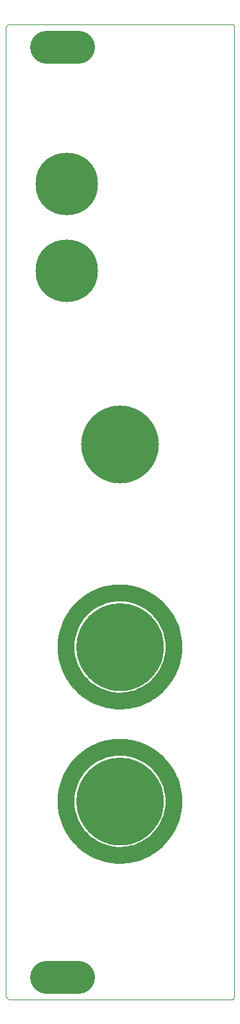
<source format=gbs>
G75*
%MOIN*%
%OFA0B0*%
%FSLAX24Y24*%
%IPPOS*%
%LPD*%
%AMOC8*
5,1,8,0,0,1.08239X$1,22.5*
%
%ADD10C,0.0000*%
%ADD11C,0.4540*%
%ADD12C,0.0850*%
%ADD13C,0.3240*%
%ADD14C,0.4040*%
%ADD15C,0.1700*%
D10*
X003260Y002648D02*
X003260Y052694D01*
X003262Y052724D01*
X003267Y052754D01*
X003276Y052783D01*
X003289Y052810D01*
X003304Y052836D01*
X003323Y052860D01*
X003344Y052881D01*
X003368Y052900D01*
X003394Y052915D01*
X003421Y052928D01*
X003450Y052937D01*
X003480Y052942D01*
X003510Y052944D01*
X015010Y052944D01*
X015030Y052942D01*
X015050Y052937D01*
X015068Y052928D01*
X015085Y052917D01*
X015099Y052903D01*
X015110Y052886D01*
X015119Y052868D01*
X015124Y052848D01*
X015126Y052828D01*
X015126Y002520D01*
X015124Y002500D01*
X015120Y002481D01*
X015112Y002462D01*
X015102Y002445D01*
X015089Y002430D01*
X015074Y002417D01*
X015057Y002407D01*
X015038Y002399D01*
X015019Y002395D01*
X014999Y002393D01*
X003515Y002393D01*
X003484Y002395D01*
X003454Y002400D01*
X003425Y002410D01*
X003396Y002422D01*
X003370Y002438D01*
X003346Y002457D01*
X003324Y002479D01*
X003305Y002503D01*
X003289Y002529D01*
X003277Y002558D01*
X003267Y002587D01*
X003262Y002617D01*
X003260Y002648D01*
X006943Y012669D02*
X006945Y012763D01*
X006951Y012857D01*
X006961Y012951D01*
X006975Y013044D01*
X006992Y013137D01*
X007014Y013229D01*
X007039Y013319D01*
X007068Y013409D01*
X007101Y013497D01*
X007138Y013584D01*
X007178Y013669D01*
X007221Y013753D01*
X007268Y013835D01*
X007319Y013914D01*
X007373Y013992D01*
X007430Y014067D01*
X007490Y014139D01*
X007553Y014209D01*
X007619Y014277D01*
X007687Y014341D01*
X007759Y014403D01*
X007833Y014461D01*
X007909Y014517D01*
X007987Y014569D01*
X008068Y014618D01*
X008151Y014663D01*
X008235Y014705D01*
X008321Y014743D01*
X008409Y014778D01*
X008498Y014809D01*
X008588Y014836D01*
X008679Y014860D01*
X008771Y014879D01*
X008864Y014895D01*
X008958Y014907D01*
X009052Y014915D01*
X009146Y014919D01*
X009240Y014919D01*
X009334Y014915D01*
X009428Y014907D01*
X009522Y014895D01*
X009615Y014879D01*
X009707Y014860D01*
X009798Y014836D01*
X009888Y014809D01*
X009977Y014778D01*
X010065Y014743D01*
X010151Y014705D01*
X010235Y014663D01*
X010318Y014618D01*
X010399Y014569D01*
X010477Y014517D01*
X010553Y014461D01*
X010627Y014403D01*
X010699Y014341D01*
X010767Y014277D01*
X010833Y014209D01*
X010896Y014139D01*
X010956Y014067D01*
X011013Y013992D01*
X011067Y013914D01*
X011118Y013835D01*
X011165Y013753D01*
X011208Y013669D01*
X011248Y013584D01*
X011285Y013497D01*
X011318Y013409D01*
X011347Y013319D01*
X011372Y013229D01*
X011394Y013137D01*
X011411Y013044D01*
X011425Y012951D01*
X011435Y012857D01*
X011441Y012763D01*
X011443Y012669D01*
X011441Y012575D01*
X011435Y012481D01*
X011425Y012387D01*
X011411Y012294D01*
X011394Y012201D01*
X011372Y012109D01*
X011347Y012019D01*
X011318Y011929D01*
X011285Y011841D01*
X011248Y011754D01*
X011208Y011669D01*
X011165Y011585D01*
X011118Y011503D01*
X011067Y011424D01*
X011013Y011346D01*
X010956Y011271D01*
X010896Y011199D01*
X010833Y011129D01*
X010767Y011061D01*
X010699Y010997D01*
X010627Y010935D01*
X010553Y010877D01*
X010477Y010821D01*
X010399Y010769D01*
X010318Y010720D01*
X010235Y010675D01*
X010151Y010633D01*
X010065Y010595D01*
X009977Y010560D01*
X009888Y010529D01*
X009798Y010502D01*
X009707Y010478D01*
X009615Y010459D01*
X009522Y010443D01*
X009428Y010431D01*
X009334Y010423D01*
X009240Y010419D01*
X009146Y010419D01*
X009052Y010423D01*
X008958Y010431D01*
X008864Y010443D01*
X008771Y010459D01*
X008679Y010478D01*
X008588Y010502D01*
X008498Y010529D01*
X008409Y010560D01*
X008321Y010595D01*
X008235Y010633D01*
X008151Y010675D01*
X008068Y010720D01*
X007987Y010769D01*
X007909Y010821D01*
X007833Y010877D01*
X007759Y010935D01*
X007687Y010997D01*
X007619Y011061D01*
X007553Y011129D01*
X007490Y011199D01*
X007430Y011271D01*
X007373Y011346D01*
X007319Y011424D01*
X007268Y011503D01*
X007221Y011585D01*
X007178Y011669D01*
X007138Y011754D01*
X007101Y011841D01*
X007068Y011929D01*
X007039Y012019D01*
X007014Y012109D01*
X006992Y012201D01*
X006975Y012294D01*
X006961Y012387D01*
X006951Y012481D01*
X006945Y012575D01*
X006943Y012669D01*
X006943Y020669D02*
X006945Y020763D01*
X006951Y020857D01*
X006961Y020951D01*
X006975Y021044D01*
X006992Y021137D01*
X007014Y021229D01*
X007039Y021319D01*
X007068Y021409D01*
X007101Y021497D01*
X007138Y021584D01*
X007178Y021669D01*
X007221Y021753D01*
X007268Y021835D01*
X007319Y021914D01*
X007373Y021992D01*
X007430Y022067D01*
X007490Y022139D01*
X007553Y022209D01*
X007619Y022277D01*
X007687Y022341D01*
X007759Y022403D01*
X007833Y022461D01*
X007909Y022517D01*
X007987Y022569D01*
X008068Y022618D01*
X008151Y022663D01*
X008235Y022705D01*
X008321Y022743D01*
X008409Y022778D01*
X008498Y022809D01*
X008588Y022836D01*
X008679Y022860D01*
X008771Y022879D01*
X008864Y022895D01*
X008958Y022907D01*
X009052Y022915D01*
X009146Y022919D01*
X009240Y022919D01*
X009334Y022915D01*
X009428Y022907D01*
X009522Y022895D01*
X009615Y022879D01*
X009707Y022860D01*
X009798Y022836D01*
X009888Y022809D01*
X009977Y022778D01*
X010065Y022743D01*
X010151Y022705D01*
X010235Y022663D01*
X010318Y022618D01*
X010399Y022569D01*
X010477Y022517D01*
X010553Y022461D01*
X010627Y022403D01*
X010699Y022341D01*
X010767Y022277D01*
X010833Y022209D01*
X010896Y022139D01*
X010956Y022067D01*
X011013Y021992D01*
X011067Y021914D01*
X011118Y021835D01*
X011165Y021753D01*
X011208Y021669D01*
X011248Y021584D01*
X011285Y021497D01*
X011318Y021409D01*
X011347Y021319D01*
X011372Y021229D01*
X011394Y021137D01*
X011411Y021044D01*
X011425Y020951D01*
X011435Y020857D01*
X011441Y020763D01*
X011443Y020669D01*
X011441Y020575D01*
X011435Y020481D01*
X011425Y020387D01*
X011411Y020294D01*
X011394Y020201D01*
X011372Y020109D01*
X011347Y020019D01*
X011318Y019929D01*
X011285Y019841D01*
X011248Y019754D01*
X011208Y019669D01*
X011165Y019585D01*
X011118Y019503D01*
X011067Y019424D01*
X011013Y019346D01*
X010956Y019271D01*
X010896Y019199D01*
X010833Y019129D01*
X010767Y019061D01*
X010699Y018997D01*
X010627Y018935D01*
X010553Y018877D01*
X010477Y018821D01*
X010399Y018769D01*
X010318Y018720D01*
X010235Y018675D01*
X010151Y018633D01*
X010065Y018595D01*
X009977Y018560D01*
X009888Y018529D01*
X009798Y018502D01*
X009707Y018478D01*
X009615Y018459D01*
X009522Y018443D01*
X009428Y018431D01*
X009334Y018423D01*
X009240Y018419D01*
X009146Y018419D01*
X009052Y018423D01*
X008958Y018431D01*
X008864Y018443D01*
X008771Y018459D01*
X008679Y018478D01*
X008588Y018502D01*
X008498Y018529D01*
X008409Y018560D01*
X008321Y018595D01*
X008235Y018633D01*
X008151Y018675D01*
X008068Y018720D01*
X007987Y018769D01*
X007909Y018821D01*
X007833Y018877D01*
X007759Y018935D01*
X007687Y018997D01*
X007619Y019061D01*
X007553Y019129D01*
X007490Y019199D01*
X007430Y019271D01*
X007373Y019346D01*
X007319Y019424D01*
X007268Y019503D01*
X007221Y019585D01*
X007178Y019669D01*
X007138Y019754D01*
X007101Y019841D01*
X007068Y019929D01*
X007039Y020019D01*
X007014Y020109D01*
X006992Y020201D01*
X006975Y020294D01*
X006961Y020387D01*
X006951Y020481D01*
X006945Y020575D01*
X006943Y020669D01*
D11*
X009193Y020669D03*
X009193Y012669D03*
D12*
X006393Y012669D02*
X006395Y012774D01*
X006401Y012879D01*
X006411Y012984D01*
X006425Y013089D01*
X006442Y013193D01*
X006464Y013296D01*
X006490Y013398D01*
X006519Y013499D01*
X006552Y013599D01*
X006589Y013698D01*
X006629Y013795D01*
X006674Y013891D01*
X006721Y013985D01*
X006773Y014077D01*
X006827Y014167D01*
X006885Y014255D01*
X006946Y014340D01*
X007011Y014424D01*
X007078Y014504D01*
X007149Y014583D01*
X007222Y014658D01*
X007299Y014731D01*
X007378Y014801D01*
X007459Y014867D01*
X007543Y014931D01*
X007629Y014992D01*
X007718Y015049D01*
X007808Y015103D01*
X007901Y015153D01*
X007995Y015200D01*
X008091Y015243D01*
X008189Y015283D01*
X008288Y015319D01*
X008388Y015351D01*
X008490Y015379D01*
X008592Y015404D01*
X008695Y015424D01*
X008799Y015441D01*
X008904Y015454D01*
X009009Y015463D01*
X009114Y015468D01*
X009219Y015469D01*
X009325Y015466D01*
X009430Y015459D01*
X009535Y015448D01*
X009639Y015433D01*
X009742Y015415D01*
X009845Y015392D01*
X009947Y015365D01*
X010048Y015335D01*
X010148Y015301D01*
X010246Y015263D01*
X010343Y015222D01*
X010438Y015177D01*
X010532Y015128D01*
X010623Y015076D01*
X010713Y015021D01*
X010800Y014962D01*
X010885Y014900D01*
X010968Y014834D01*
X011048Y014766D01*
X011126Y014695D01*
X011201Y014621D01*
X011273Y014544D01*
X011342Y014464D01*
X011408Y014382D01*
X011471Y014298D01*
X011530Y014211D01*
X011587Y014122D01*
X011640Y014031D01*
X011689Y013938D01*
X011735Y013843D01*
X011777Y013747D01*
X011816Y013649D01*
X011851Y013549D01*
X011882Y013449D01*
X011910Y013347D01*
X011933Y013244D01*
X011953Y013141D01*
X011969Y013037D01*
X011981Y012932D01*
X011989Y012827D01*
X011993Y012722D01*
X011993Y012616D01*
X011989Y012511D01*
X011981Y012406D01*
X011969Y012301D01*
X011953Y012197D01*
X011933Y012094D01*
X011910Y011991D01*
X011882Y011889D01*
X011851Y011789D01*
X011816Y011689D01*
X011777Y011591D01*
X011735Y011495D01*
X011689Y011400D01*
X011640Y011307D01*
X011587Y011216D01*
X011530Y011127D01*
X011471Y011040D01*
X011408Y010956D01*
X011342Y010874D01*
X011273Y010794D01*
X011201Y010717D01*
X011126Y010643D01*
X011048Y010572D01*
X010968Y010504D01*
X010885Y010438D01*
X010800Y010376D01*
X010713Y010317D01*
X010623Y010262D01*
X010532Y010210D01*
X010438Y010161D01*
X010343Y010116D01*
X010246Y010075D01*
X010148Y010037D01*
X010048Y010003D01*
X009947Y009973D01*
X009845Y009946D01*
X009742Y009923D01*
X009639Y009905D01*
X009535Y009890D01*
X009430Y009879D01*
X009325Y009872D01*
X009219Y009869D01*
X009114Y009870D01*
X009009Y009875D01*
X008904Y009884D01*
X008799Y009897D01*
X008695Y009914D01*
X008592Y009934D01*
X008490Y009959D01*
X008388Y009987D01*
X008288Y010019D01*
X008189Y010055D01*
X008091Y010095D01*
X007995Y010138D01*
X007901Y010185D01*
X007808Y010235D01*
X007718Y010289D01*
X007629Y010346D01*
X007543Y010407D01*
X007459Y010471D01*
X007378Y010537D01*
X007299Y010607D01*
X007222Y010680D01*
X007149Y010755D01*
X007078Y010834D01*
X007011Y010914D01*
X006946Y010998D01*
X006885Y011083D01*
X006827Y011171D01*
X006773Y011261D01*
X006721Y011353D01*
X006674Y011447D01*
X006629Y011543D01*
X006589Y011640D01*
X006552Y011739D01*
X006519Y011839D01*
X006490Y011940D01*
X006464Y012042D01*
X006442Y012145D01*
X006425Y012249D01*
X006411Y012354D01*
X006401Y012459D01*
X006395Y012564D01*
X006393Y012669D01*
X006393Y020669D02*
X006395Y020774D01*
X006401Y020879D01*
X006411Y020984D01*
X006425Y021089D01*
X006442Y021193D01*
X006464Y021296D01*
X006490Y021398D01*
X006519Y021499D01*
X006552Y021599D01*
X006589Y021698D01*
X006629Y021795D01*
X006674Y021891D01*
X006721Y021985D01*
X006773Y022077D01*
X006827Y022167D01*
X006885Y022255D01*
X006946Y022340D01*
X007011Y022424D01*
X007078Y022504D01*
X007149Y022583D01*
X007222Y022658D01*
X007299Y022731D01*
X007378Y022801D01*
X007459Y022867D01*
X007543Y022931D01*
X007629Y022992D01*
X007718Y023049D01*
X007808Y023103D01*
X007901Y023153D01*
X007995Y023200D01*
X008091Y023243D01*
X008189Y023283D01*
X008288Y023319D01*
X008388Y023351D01*
X008490Y023379D01*
X008592Y023404D01*
X008695Y023424D01*
X008799Y023441D01*
X008904Y023454D01*
X009009Y023463D01*
X009114Y023468D01*
X009219Y023469D01*
X009325Y023466D01*
X009430Y023459D01*
X009535Y023448D01*
X009639Y023433D01*
X009742Y023415D01*
X009845Y023392D01*
X009947Y023365D01*
X010048Y023335D01*
X010148Y023301D01*
X010246Y023263D01*
X010343Y023222D01*
X010438Y023177D01*
X010532Y023128D01*
X010623Y023076D01*
X010713Y023021D01*
X010800Y022962D01*
X010885Y022900D01*
X010968Y022834D01*
X011048Y022766D01*
X011126Y022695D01*
X011201Y022621D01*
X011273Y022544D01*
X011342Y022464D01*
X011408Y022382D01*
X011471Y022298D01*
X011530Y022211D01*
X011587Y022122D01*
X011640Y022031D01*
X011689Y021938D01*
X011735Y021843D01*
X011777Y021747D01*
X011816Y021649D01*
X011851Y021549D01*
X011882Y021449D01*
X011910Y021347D01*
X011933Y021244D01*
X011953Y021141D01*
X011969Y021037D01*
X011981Y020932D01*
X011989Y020827D01*
X011993Y020722D01*
X011993Y020616D01*
X011989Y020511D01*
X011981Y020406D01*
X011969Y020301D01*
X011953Y020197D01*
X011933Y020094D01*
X011910Y019991D01*
X011882Y019889D01*
X011851Y019789D01*
X011816Y019689D01*
X011777Y019591D01*
X011735Y019495D01*
X011689Y019400D01*
X011640Y019307D01*
X011587Y019216D01*
X011530Y019127D01*
X011471Y019040D01*
X011408Y018956D01*
X011342Y018874D01*
X011273Y018794D01*
X011201Y018717D01*
X011126Y018643D01*
X011048Y018572D01*
X010968Y018504D01*
X010885Y018438D01*
X010800Y018376D01*
X010713Y018317D01*
X010623Y018262D01*
X010532Y018210D01*
X010438Y018161D01*
X010343Y018116D01*
X010246Y018075D01*
X010148Y018037D01*
X010048Y018003D01*
X009947Y017973D01*
X009845Y017946D01*
X009742Y017923D01*
X009639Y017905D01*
X009535Y017890D01*
X009430Y017879D01*
X009325Y017872D01*
X009219Y017869D01*
X009114Y017870D01*
X009009Y017875D01*
X008904Y017884D01*
X008799Y017897D01*
X008695Y017914D01*
X008592Y017934D01*
X008490Y017959D01*
X008388Y017987D01*
X008288Y018019D01*
X008189Y018055D01*
X008091Y018095D01*
X007995Y018138D01*
X007901Y018185D01*
X007808Y018235D01*
X007718Y018289D01*
X007629Y018346D01*
X007543Y018407D01*
X007459Y018471D01*
X007378Y018537D01*
X007299Y018607D01*
X007222Y018680D01*
X007149Y018755D01*
X007078Y018834D01*
X007011Y018914D01*
X006946Y018998D01*
X006885Y019083D01*
X006827Y019171D01*
X006773Y019261D01*
X006721Y019353D01*
X006674Y019447D01*
X006629Y019543D01*
X006589Y019640D01*
X006552Y019739D01*
X006519Y019839D01*
X006490Y019940D01*
X006464Y020042D01*
X006442Y020145D01*
X006425Y020249D01*
X006411Y020354D01*
X006401Y020459D01*
X006395Y020564D01*
X006393Y020669D01*
D13*
X006437Y040169D03*
X006437Y044669D03*
D14*
X009193Y031169D03*
D15*
X007023Y051763D02*
X005363Y051763D01*
X005363Y003574D02*
X007023Y003574D01*
M02*

</source>
